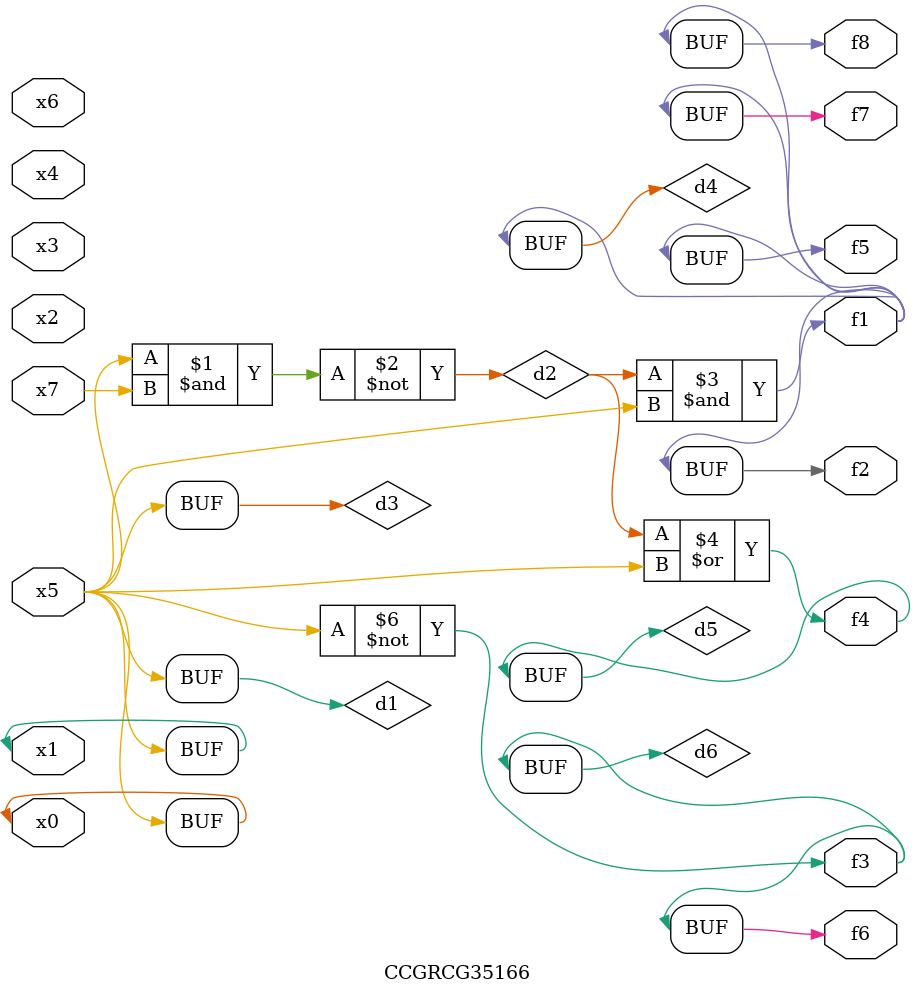
<source format=v>
module CCGRCG35166(
	input x0, x1, x2, x3, x4, x5, x6, x7,
	output f1, f2, f3, f4, f5, f6, f7, f8
);

	wire d1, d2, d3, d4, d5, d6;

	buf (d1, x0, x5);
	nand (d2, x5, x7);
	buf (d3, x0, x1);
	and (d4, d2, d3);
	or (d5, d2, d3);
	nor (d6, d1, d3);
	assign f1 = d4;
	assign f2 = d4;
	assign f3 = d6;
	assign f4 = d5;
	assign f5 = d4;
	assign f6 = d6;
	assign f7 = d4;
	assign f8 = d4;
endmodule

</source>
